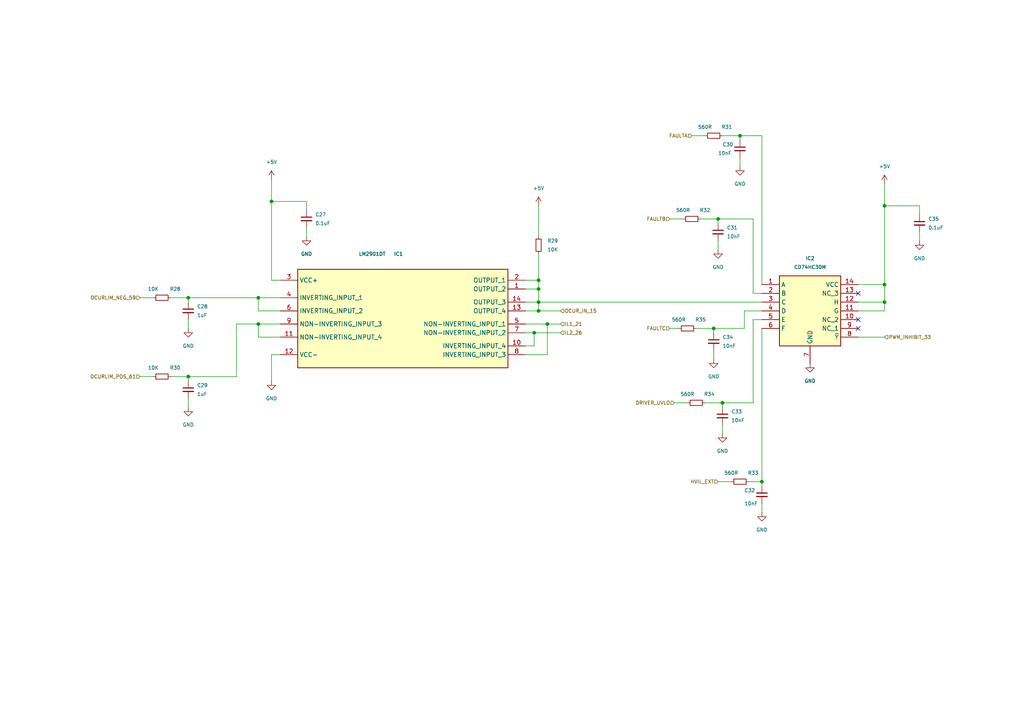
<source format=kicad_sch>
(kicad_sch (version 20231120) (generator "eeschema") (generator_version "8.0")
  (paper "A4")
  (lib_symbols
    (symbol "Device:C_Small" (pin_numbers hide) (pin_names (offset 0.254) hide)
      (property "Reference" "C" (at 0.254 1.778 0))
      (property "Value" "C_Small" (at 0.254 -2.032 0))
      (symbol "C_Small_0_1"
        (polyline (pts (xy -1.524 -0.508) (xy 1.524 -0.508)) (stroke (width 0.3302)))
        (polyline (pts (xy -1.524 0.508) (xy 1.524 0.508)) (stroke (width 0.3048)))
      )
      (symbol "C_Small_1_1"
        (pin passive line (at 0 2.54 270) (length 2.032) (name "~") (number "1"))
        (pin passive line (at 0 -2.54 90) (length 2.032) (name "~") (number "2"))
      )
    )
    (symbol "Device:R_Small" (pin_numbers hide) (pin_names (offset 0.254) hide)
      (property "Reference" "R" (at 0.762 0.508 0))
      (property "Value" "R_Small" (at 0.762 -1.016 0))
      (symbol "R_Small_0_1"
        (rectangle (start -0.762 1.778) (end 0.762 -1.778) (stroke (width 0.2032)))
      )
      (symbol "R_Small_1_1"
        (pin passive line (at 0 2.54 270) (length 0.762) (name "~") (number "1"))
        (pin passive line (at 0 -2.54 90) (length 0.762) (name "~") (number "2"))
      )
    )
    (symbol "SamacSys_Parts:CD74HC30M"
      (property "Reference" "IC2" (at 13.97 7.62 0))
      (property "Value" "CD74HC30M" (at 13.97 5.08 0))
      (symbol "CD74HC30M_1_1"
        (rectangle (start 5.08 2.54) (end 22.86 -17.78) (stroke (width 0.254)) (fill (type background)))
        (pin passive line (at 0 0 0) (length 5.08) (name "A") (number "1"))
        (pin passive line (at 27.94 -10.16 180) (length 5.08) (name "NC_2") (number "10"))
        (pin passive line (at 27.94 -7.62 180) (length 5.08) (name "G") (number "11"))
        (pin passive line (at 27.94 -5.08 180) (length 5.08) (name "H") (number "12"))
        (pin passive line (at 27.94 -2.54 180) (length 5.08) (name "NC_3") (number "13"))
        (pin passive line (at 27.94 0 180) (length 5.08) (name "VCC") (number "14"))
        (pin passive line (at 0 -2.54 0) (length 5.08) (name "B") (number "2"))
        (pin passive line (at 0 -5.08 0) (length 5.08) (name "C") (number "3"))
        (pin passive line (at 0 -7.62 0) (length 5.08) (name "D") (number "4"))
        (pin passive line (at 0 -10.16 0) (length 5.08) (name "E") (number "5"))
        (pin passive line (at 0 -12.7 0) (length 5.08) (name "F") (number "6"))
        (pin passive line (at 13.97 -22.86 90) (length 5.08) (name "GND") (number "7"))
        (pin passive line (at 27.94 -15.24 180) (length 5.08) (name "~{Y}") (number "8"))
        (pin passive line (at 27.94 -12.7 180) (length 5.08) (name "NC_1") (number "9"))
      )
    )
    (symbol "SamacSys_Parts:LM2901DT"
      (property "Reference" "IC1" (at 34.29 13.97 0))
      (property "Value" "LM2901DT" (at 33.02 17.78 0))
      (symbol "LM2901DT_1_1"
        (rectangle (start 5.08 9.525) (end 66.04 -19.05) (stroke (width 0.254)) (fill (type background)))
        (pin passive line (at 71.12 3.81 180) (length 5.08) (name "OUTPUT_2") (number "1"))
        (pin passive line (at 71.12 -12.7 180) (length 5.08) (name "INVERTING_INPUT_4") (number "10"))
        (pin passive line (at 0 -10.16 0) (length 5.08) (name "NON-INVERTING_INPUT_4") (number "11"))
        (pin passive line (at 0 -15.24 0) (length 5.08) (name "VCC-") (number "12"))
        (pin passive line (at 71.12 -2.54 180) (length 5.08) (name "OUTPUT_4") (number "13"))
        (pin passive line (at 71.12 0 180) (length 5.08) (name "OUTPUT_3") (number "14"))
        (pin passive line (at 71.12 6.35 180) (length 5.08) (name "OUTPUT_1") (number "2"))
        (pin passive line (at 0 6.35 0) (length 5.08) (name "VCC+") (number "3"))
        (pin passive line (at 0 1.27 0) (length 5.08) (name "INVERTING_INPUT_1") (number "4"))
        (pin passive line (at 71.12 -6.35 180) (length 5.08) (name "NON-INVERTING_INPUT_1") (number "5"))
        (pin passive line (at 0 -2.54 0) (length 5.08) (name "INVERTING_INPUT_2") (number "6"))
        (pin passive line (at 71.12 -8.89 180) (length 5.08) (name "NON-INVERTING_INPUT_2") (number "7"))
        (pin passive line (at 71.12 -15.24 180) (length 5.08) (name "INVERTING_INPUT_3") (number "8"))
        (pin passive line (at 0 -6.35 0) (length 5.08) (name "NON-INVERTING_INPUT_3") (number "9"))
      )
    )
    (symbol "power:+5V" (power) (pin_names (offset 0))
      (property "Value" "+5V" (at 0 3.556 0))
      (symbol "+5V_0_1"
        (polyline (pts (xy -0.762 1.27) (xy 0 2.54)))
        (polyline (pts (xy 0 0) (xy 0 2.54)))
        (polyline (pts (xy 0 2.54) (xy 0.762 1.27)))
      )
      (symbol "+5V_1_1"
        (pin power_in line (at 0 0 90) (length 0) hide (name "+5V") (number "1"))
      )
    )
    (symbol "power:GND" (power) (pin_names (offset 0))
      (property "Value" "GND" (at 0 -3.81 0))
      (symbol "GND_0_1"
        (polyline (pts (xy 0 0) (xy 0 -1.27) (xy 1.27 -1.27) (xy 0 -2.54) (xy -1.27 -1.27) (xy 0 -1.27)))
      )
      (symbol "GND_1_1"
        (pin power_in line (at 0 0 270) (length 0) hide (name "GND") (number "1"))
      )
    )
  )
  (junction (at 256.54 87.63))
  (junction (at 208.28 63.5))
  (junction (at 220.98 139.7))
  (junction (at 154.94 96.52))
  (junction (at 207.01 95.25))
  (junction (at 156.21 83.82))
  (junction (at 256.54 59.69))
  (junction (at 156.21 87.63))
  (junction (at 209.55 116.84))
  (junction (at 54.61 86.36))
  (junction (at 156.21 81.28))
  (junction (at 54.61 109.22))
  (junction (at 74.93 86.36))
  (junction (at 256.54 82.55))
  (junction (at 74.93 93.98))
  (junction (at 214.63 39.37))
  (junction (at 158.75 93.98))
  (junction (at 78.74 58.42))
  (junction (at 156.21 90.17))
  (no_connect (at 248.92 95.25))
  (no_connect (at 248.92 85.09))
  (no_connect (at 248.92 92.71))
  (wire (pts (xy 158.75 93.98) (xy 162.56 93.98)))
  (wire (pts (xy 256.54 87.63) (xy 256.54 90.17)))
  (wire (pts (xy 209.55 123.19) (xy 209.55 125.73)))
  (wire (pts (xy 152.4 83.82) (xy 156.21 83.82)))
  (wire (pts (xy 158.75 102.87) (xy 158.75 93.98)))
  (wire (pts (xy 68.58 93.98) (xy 74.93 93.98)))
  (wire (pts (xy 74.93 90.17) (xy 74.93 86.36)))
  (wire (pts (xy 152.4 90.17) (xy 156.21 90.17)))
  (wire (pts (xy 248.92 97.79) (xy 256.54 97.79)))
  (wire (pts (xy 220.98 92.71) (xy 218.44 92.71)))
  (wire (pts (xy 214.63 45.72) (xy 214.63 48.26)))
  (wire (pts (xy 88.9 60.96) (xy 88.9 58.42)))
  (wire (pts (xy 54.61 115.57) (xy 54.61 118.11)))
  (wire (pts (xy 156.21 87.63) (xy 220.98 87.63)))
  (wire (pts (xy 81.28 90.17) (xy 74.93 90.17)))
  (wire (pts (xy 78.74 81.28) (xy 81.28 81.28)))
  (wire (pts (xy 200.66 39.37) (xy 204.47 39.37)))
  (wire (pts (xy 256.54 82.55) (xy 256.54 87.63)))
  (wire (pts (xy 248.92 87.63) (xy 256.54 87.63)))
  (wire (pts (xy 220.98 90.17) (xy 215.9 90.17)))
  (wire (pts (xy 40.64 86.36) (xy 44.45 86.36)))
  (wire (pts (xy 218.44 63.5) (xy 208.28 63.5)))
  (wire (pts (xy 74.93 97.79) (xy 74.93 93.98)))
  (wire (pts (xy 220.98 95.25) (xy 220.98 139.7)))
  (wire (pts (xy 54.61 109.22) (xy 54.61 110.49)))
  (wire (pts (xy 152.4 100.33) (xy 154.94 100.33)))
  (wire (pts (xy 152.4 81.28) (xy 156.21 81.28)))
  (wire (pts (xy 88.9 66.04) (xy 88.9 68.58)))
  (wire (pts (xy 218.44 92.71) (xy 218.44 116.84)))
  (wire (pts (xy 208.28 69.85) (xy 208.28 72.39)))
  (wire (pts (xy 78.74 102.87) (xy 78.74 110.49)))
  (wire (pts (xy 154.94 96.52) (xy 162.56 96.52)))
  (wire (pts (xy 220.98 139.7) (xy 220.98 140.97)))
  (wire (pts (xy 152.4 87.63) (xy 156.21 87.63)))
  (wire (pts (xy 54.61 86.36) (xy 74.93 86.36)))
  (wire (pts (xy 78.74 52.07) (xy 78.74 58.42)))
  (wire (pts (xy 68.58 109.22) (xy 54.61 109.22)))
  (wire (pts (xy 215.9 95.25) (xy 207.01 95.25)))
  (wire (pts (xy 68.58 93.98) (xy 68.58 109.22)))
  (wire (pts (xy 74.93 86.36) (xy 81.28 86.36)))
  (wire (pts (xy 207.01 101.6) (xy 207.01 104.14)))
  (wire (pts (xy 220.98 85.09) (xy 218.44 85.09)))
  (wire (pts (xy 152.4 102.87) (xy 158.75 102.87)))
  (wire (pts (xy 154.94 100.33) (xy 154.94 96.52)))
  (wire (pts (xy 81.28 97.79) (xy 74.93 97.79)))
  (wire (pts (xy 49.53 86.36) (xy 54.61 86.36)))
  (wire (pts (xy 194.31 95.25) (xy 196.85 95.25)))
  (wire (pts (xy 209.55 39.37) (xy 214.63 39.37)))
  (wire (pts (xy 266.7 62.23) (xy 266.7 59.69)))
  (wire (pts (xy 40.64 109.22) (xy 44.45 109.22)))
  (wire (pts (xy 54.61 86.36) (xy 54.61 87.63)))
  (wire (pts (xy 54.61 92.71) (xy 54.61 95.25)))
  (wire (pts (xy 156.21 83.82) (xy 156.21 87.63)))
  (wire (pts (xy 266.7 59.69) (xy 256.54 59.69)))
  (wire (pts (xy 256.54 53.34) (xy 256.54 59.69)))
  (wire (pts (xy 194.31 63.5) (xy 198.12 63.5)))
  (wire (pts (xy 266.7 67.31) (xy 266.7 69.85)))
  (wire (pts (xy 156.21 73.66) (xy 156.21 81.28)))
  (wire (pts (xy 207.01 95.25) (xy 207.01 96.52)))
  (wire (pts (xy 218.44 85.09) (xy 218.44 63.5)))
  (wire (pts (xy 208.28 63.5) (xy 208.28 64.77)))
  (wire (pts (xy 195.58 116.84) (xy 199.39 116.84)))
  (wire (pts (xy 217.17 139.7) (xy 220.98 139.7)))
  (wire (pts (xy 208.28 139.7) (xy 212.09 139.7)))
  (wire (pts (xy 248.92 82.55) (xy 256.54 82.55)))
  (wire (pts (xy 81.28 102.87) (xy 78.74 102.87)))
  (wire (pts (xy 209.55 116.84) (xy 209.55 118.11)))
  (wire (pts (xy 248.92 90.17) (xy 256.54 90.17)))
  (wire (pts (xy 88.9 58.42) (xy 78.74 58.42)))
  (wire (pts (xy 220.98 82.55) (xy 220.98 39.37)))
  (wire (pts (xy 256.54 59.69) (xy 256.54 82.55)))
  (wire (pts (xy 152.4 96.52) (xy 154.94 96.52)))
  (wire (pts (xy 152.4 93.98) (xy 158.75 93.98)))
  (wire (pts (xy 78.74 58.42) (xy 78.74 81.28)))
  (wire (pts (xy 49.53 109.22) (xy 54.61 109.22)))
  (wire (pts (xy 156.21 59.69) (xy 156.21 68.58)))
  (wire (pts (xy 201.93 95.25) (xy 207.01 95.25)))
  (wire (pts (xy 218.44 116.84) (xy 209.55 116.84)))
  (wire (pts (xy 204.47 116.84) (xy 209.55 116.84)))
  (wire (pts (xy 74.93 93.98) (xy 81.28 93.98)))
  (wire (pts (xy 203.2 63.5) (xy 208.28 63.5)))
  (wire (pts (xy 215.9 90.17) (xy 215.9 95.25)))
  (wire (pts (xy 156.21 81.28) (xy 156.21 83.82)))
  (wire (pts (xy 220.98 39.37) (xy 214.63 39.37)))
  (wire (pts (xy 156.21 87.63) (xy 156.21 90.17)))
  (wire (pts (xy 214.63 39.37) (xy 214.63 40.64)))
  (wire (pts (xy 156.21 90.17) (xy 162.56 90.17)))
  (wire (pts (xy 220.98 146.05) (xy 220.98 148.59)))
  (hierarchical_label "PWM_INHIBIT_33" (shape input) (at 256.54 97.79 0) (effects (font (size 1.016 1.016))))
  (hierarchical_label "IL2_26" (shape input) (at 162.56 96.52 0) (effects (font (size 1.016 1.016))))
  (hierarchical_label "OCURLIM_POS_61" (shape input) (at 40.64 109.22 180) (effects (font (size 1.016 1.016))))
  (hierarchical_label "OCURLIM_NEG_59" (shape input) (at 40.64 86.36 180) (effects (font (size 1.016 1.016))))
  (hierarchical_label "OCUR_IN_15" (shape input) (at 162.56 90.17 0) (effects (font (size 1.016 1.016))))
  (hierarchical_label "DRIVER_UVLO" (shape input) (at 195.58 116.84 180) (effects (font (size 1.016 1.016))))
  (hierarchical_label "FAULTB" (shape input) (at 194.31 63.5 180) (effects (font (size 1.016 1.016))))
  (hierarchical_label "FAULTA" (shape input) (at 200.66 39.37 180) (effects (font (size 1.016 1.016))))
  (hierarchical_label "IL1_21" (shape input) (at 162.56 93.98 0) (effects (font (size 1.016 1.016))))
  (hierarchical_label "HVIL_EXT" (shape input) (at 208.28 139.7 180) (effects (font (size 1.016 1.016))))
  (hierarchical_label "FAULTC" (shape input) (at 194.31 95.25 180) (effects (font (size 1.016 1.016))))
  (symbol (lib_id "Device:R_Small") (at 201.93 116.84 90) (unit 1)
    (property "Reference" "R34" (at 205.74 114.3 90) (effects (font (size 1.016 1.016))))
    (property "Value" "560R" (at 199.39 114.3 90) (effects (font (size 1.016 1.016))))
  )
  (symbol (lib_id "power:+5V") (at 156.21 59.69 0) (unit 1)
    (property "Reference" "#PWR035" (effects (hide yes)))
    (property "Value" "+5V" (at 156.21 54.61 0) (effects (font (size 1.016 1.016))))
  )
  (symbol (lib_id "Device:R_Small") (at 156.21 71.12 180) (unit 1)
    (property "Reference" "R29" (at 158.75 69.85 0) (effects (font (size 1.016 1.016)) (justify right)))
    (property "Value" "10K" (at 158.75 72.39 0) (effects (font (size 1.016 1.016)) (justify right)))
  )
  (symbol (lib_id "power:GND") (at 214.63 48.26 0) (unit 1)
    (property "Reference" "#PWR036" (effects (hide yes)))
    (property "Value" "GND" (at 214.63 53.34 0) (effects (font (size 1.016 1.016))))
  )
  (symbol (lib_id "Device:C_Small") (at 214.63 43.18 0) (unit 1)
    (property "Reference" "C30" (at 209.55 41.91 0) (effects (font (size 1.016 1.016)) (justify left)))
    (property "Value" "10nF" (at 208.28 44.45 0) (effects (font (size 1.016 1.016)) (justify left)))
  )
  (symbol (lib_id "Device:R_Small") (at 46.99 86.36 90) (unit 1)
    (property "Reference" "R28" (at 50.8 83.82 90) (effects (font (size 1.016 1.016))))
    (property "Value" "10K" (at 44.45 83.82 90) (effects (font (size 1.016 1.016))))
  )
  (symbol (lib_id "Device:C_Small") (at 208.28 67.31 0) (unit 1)
    (property "Reference" "C31" (at 210.82 66.0463 0) (effects (font (size 1.016 1.016)) (justify left)))
    (property "Value" "10nF" (at 210.82 68.5863 0) (effects (font (size 1.016 1.016)) (justify left)))
  )
  (symbol (lib_id "Device:R_Small") (at 200.66 63.5 90) (unit 1)
    (property "Reference" "R32" (at 204.47 60.96 90) (effects (font (size 1.016 1.016))))
    (property "Value" "560R" (at 198.12 60.96 90) (effects (font (size 1.016 1.016))))
  )
  (symbol (lib_id "Device:C_Small") (at 54.61 90.17 0) (unit 1)
    (property "Reference" "C28" (at 57.15 88.9063 0) (effects (font (size 1.016 1.016)) (justify left)))
    (property "Value" "1uF" (at 57.15 91.4463 0) (effects (font (size 1.016 1.016)) (justify left)))
  )
  (symbol (lib_id "power:GND") (at 220.98 148.59 0) (unit 1)
    (property "Reference" "#PWR038" (effects (hide yes)))
    (property "Value" "GND" (at 220.98 153.67 0) (effects (font (size 1.016 1.016))))
  )
  (symbol (lib_id "Device:C_Small") (at 266.7 64.77 0) (unit 1)
    (property "Reference" "C35" (at 269.24 63.5063 0) (effects (font (size 1.016 1.016)) (justify left)))
    (property "Value" "0.1uF" (at 269.24 66.0463 0) (effects (font (size 1.016 1.016)) (justify left)))
  )
  (symbol (lib_id "power:+5V") (at 256.54 53.34 0) (unit 1)
    (property "Reference" "#PWR043" (effects (hide yes)))
    (property "Value" "+5V" (at 256.54 48.26 0) (effects (font (size 1.016 1.016))))
  )
  (symbol (lib_id "power:GND") (at 234.95 105.41 0) (unit 1)
    (property "Reference" "#PWR041" (effects (hide yes)))
    (property "Value" "GND" (at 234.95 110.49 0) (effects (font (size 1.016 1.016))))
  )
  (symbol (lib_id "Device:C_Small") (at 88.9 63.5 0) (unit 1)
    (property "Reference" "C27" (at 91.44 62.2363 0) (effects (font (size 1.016 1.016)) (justify left)))
    (property "Value" "0.1uF" (at 91.44 64.7763 0) (effects (font (size 1.016 1.016)) (justify left)))
  )
  (symbol (lib_id "Device:C_Small") (at 54.61 113.03 0) (unit 1)
    (property "Reference" "C29" (at 57.15 111.7663 0) (effects (font (size 1.016 1.016)) (justify left)))
    (property "Value" "1uF" (at 57.15 114.3063 0) (effects (font (size 1.016 1.016)) (justify left)))
  )
  (symbol (lib_id "power:GND") (at 54.61 118.11 0) (unit 1)
    (property "Reference" "#PWR033" (effects (hide yes)))
    (property "Value" "GND" (at 54.61 123.19 0) (effects (font (size 1.016 1.016))))
  )
  (symbol (lib_id "Device:R_Small") (at 46.99 109.22 90) (unit 1)
    (property "Reference" "R30" (at 50.8 106.68 90) (effects (font (size 1.016 1.016))))
    (property "Value" "10K" (at 44.45 106.68 90) (effects (font (size 1.016 1.016))))
  )
  (symbol (lib_id "Device:R_Small") (at 207.01 39.37 90) (unit 1)
    (property "Reference" "R31" (at 210.82 36.83 90) (effects (font (size 1.016 1.016))))
    (property "Value" "560R" (at 204.47 36.83 90) (effects (font (size 1.016 1.016))))
  )
  (symbol (lib_id "power:+5V") (at 78.74 52.07 0) (unit 1)
    (property "Reference" "#PWR030" (effects (hide yes)))
    (property "Value" "+5V" (at 78.74 46.99 0) (effects (font (size 1.016 1.016))))
  )
  (symbol (lib_id "power:GND") (at 209.55 125.73 0) (unit 1)
    (property "Reference" "#PWR039" (effects (hide yes)))
    (property "Value" "GND" (at 209.55 130.81 0) (effects (font (size 1.016 1.016))))
  )
  (symbol (lib_id "Device:R_Small") (at 214.63 139.7 90) (unit 1)
    (property "Reference" "R33" (at 218.44 137.16 90) (effects (font (size 1.016 1.016))))
    (property "Value" "560R" (at 212.09 137.16 90) (effects (font (size 1.016 1.016))))
  )
  (symbol (lib_id "Device:C_Small") (at 207.01 99.06 0) (unit 1)
    (property "Reference" "C34" (at 209.55 97.7963 0) (effects (font (size 1.016 1.016)) (justify left)))
    (property "Value" "10nF" (at 209.55 100.3363 0) (effects (font (size 1.016 1.016)) (justify left)))
  )
  (symbol (lib_id "Device:C_Small") (at 209.55 120.65 0) (unit 1)
    (property "Reference" "C33" (at 212.09 119.3863 0) (effects (font (size 1.016 1.016)) (justify left)))
    (property "Value" "10nF" (at 212.09 121.9263 0) (effects (font (size 1.016 1.016)) (justify left)))
  )
  (symbol (lib_id "power:GND") (at 54.61 95.25 0) (unit 1)
    (property "Reference" "#PWR034" (effects (hide yes)))
    (property "Value" "GND" (at 54.61 100.33 0) (effects (font (size 1.016 1.016))))
  )
  (symbol (lib_id "power:GND") (at 208.28 72.39 0) (unit 1)
    (property "Reference" "#PWR037" (effects (hide yes)))
    (property "Value" "GND" (at 208.28 77.47 0) (effects (font (size 1.016 1.016))))
  )
  (symbol (lib_id "Device:R_Small") (at 199.39 95.25 90) (unit 1)
    (property "Reference" "R35" (at 203.2 92.71 90) (effects (font (size 1.016 1.016))))
    (property "Value" "560R" (at 196.85 92.71 90) (effects (font (size 1.016 1.016))))
  )
  (symbol (lib_id "Device:C_Small") (at 220.98 143.51 0) (unit 1)
    (property "Reference" "C32" (at 215.9 142.24 0) (effects (font (size 1.016 1.016)) (justify left)))
    (property "Value" "10nF" (at 215.9 146.05 0) (effects (font (size 1.016 1.016)) (justify left)))
  )
  (symbol (lib_id "power:GND") (at 88.9 68.58 0) (unit 1)
    (property "Reference" "#PWR032" (effects (hide yes)))
    (property "Value" "GND" (at 88.9 73.66 0) (effects (font (size 1.016 1.016))))
  )
  (symbol (lib_id "power:GND") (at 207.01 104.14 0) (unit 1)
    (property "Reference" "#PWR040" (effects (hide yes)))
    (property "Value" "GND" (at 207.01 109.22 0) (effects (font (size 1.016 1.016))))
  )
  (symbol (lib_id "power:GND") (at 78.74 110.49 0) (unit 1)
    (property "Reference" "#PWR031" (effects (hide yes)))
    (property "Value" "GND" (at 78.74 115.57 0) (effects (font (size 1.016 1.016))))
  )
  (symbol (lib_id "SamacSys_Parts:CD74HC30M") (at 220.98 82.55 0) (unit 1)
    (property "Reference" "IC2" (at 234.95 74.93 0) (effects (font (size 1.016 1.016))))
    (property "Value" "CD74HC30M" (at 234.95 77.47 0) (effects (font (size 1.016 1.016))))
    (property "Footprint" "SamacSys_Parts:SOIC127P600X175-14N" (effects (hide yes)))
    (property "Datasheet" "https://datasheet.datasheetarchive.com/originals/distributors/Datasheets-SFU2/DSASFU100028881.pdf" (effects (hide yes)))
    (property "Height" "1.75" (effects (hide yes)))
    (property "Manufacturer_Name" "Texas Instruments" (effects (hide yes)))
    (property "Manufacturer_Part_Number" "CD74HC30M" (effects (hide yes)))
    (property "Mouser Part Number" "595-CD74HC30M" (effects (hide yes)))
    (property "Mouser Price/Stock" "https://www.mouser.co.uk/ProductDetail/Texas-Instruments/CD74HC30M?qs=tJ5HNKWh3OXDBjsOnHFKPQ%3D%3D" (effects (hide yes)))
    (property "Arrow Part Number" "CD74HC30M" (effects (hide yes)))
    (property "Arrow Price/Stock" "https://www.arrow.com/en/products/cd74hc30m/texas-instruments?region=nac" (effects (hide yes)))
  )
  (symbol (lib_id "power:GND") (at 266.7 69.85 0) (unit 1)
    (property "Reference" "#PWR044" (effects (hide yes)))
    (property "Value" "GND" (at 266.7 74.93 0) (effects (font (size 1.016 1.016))))
  )
  (symbol (lib_id "SamacSys_Parts:LM2901DT") (at 81.28 87.63 0) (unit 1)
    (property "Reference" "IC1" (at 115.57 73.66 0) (effects (font (size 1.016 1.016))))
    (property "Value" "LM2901DT" (at 107.95 73.66 0) (effects (font (size 1.016 1.016))))
    (property "Footprint" "SamacSys_Parts:SOIC127P600X175-14N" (effects (hide yes)))
    (property "Datasheet" "http://www.st.com/st-web-ui/static/active/en/resource/technical/document/datasheet/CD00000532.pdf" (effects (hide yes)))
    (property "Height" "1.75" (effects (hide yes)))
    (property "Manufacturer_Name" "STMicroelectronics" (effects (hide yes)))
    (property "Manufacturer_Part_Number" "LM2901DT" (effects (hide yes)))
    (property "Mouser Part Number" "511-LM2901DT" (effects (hide yes)))
    (property "Mouser Price/Stock" "https://www.mouser.co.uk/ProductDetail/STMicroelectronics/LM2901DT?qs=dKKAVK9nnHN1RlpYJ88XIQ%3D%3D" (effects (hide yes)))
    (property "Arrow Part Number" "LM2901DT" (effects (hide yes)))
    (property "Arrow Price/Stock" "https://www.arrow.com/en/products/lm2901dt/stmicroelectronics?region=nac" (effects (hide yes)))
  )
)
</source>
